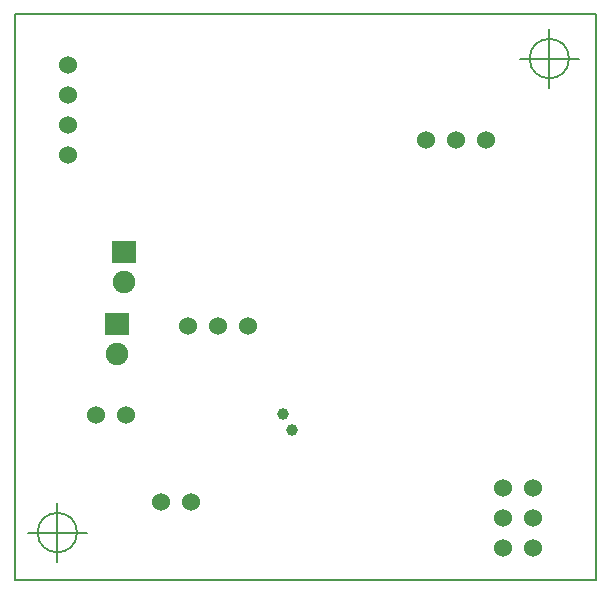
<source format=gbs>
G04 #@! TF.FileFunction,Soldermask,Bot*
%FSLAX46Y46*%
G04 Gerber Fmt 4.6, Leading zero omitted, Abs format (unit mm)*
G04 Created by KiCad (PCBNEW 4.0.2-4+6225~38~ubuntu14.04.1-stable) date Sun 15 May 2016 11:37:15 BST*
%MOMM*%
G01*
G04 APERTURE LIST*
%ADD10C,0.100000*%
%ADD11C,0.150000*%
%ADD12C,1.524000*%
%ADD13R,2.000000X1.900000*%
%ADD14C,1.900000*%
%ADD15C,1.000760*%
G04 APERTURE END LIST*
D10*
D11*
X75192000Y-113481000D02*
X75319000Y-113481000D01*
X75192000Y-65602000D02*
X75192000Y-113481000D01*
X124341000Y-65602000D02*
X75192000Y-65602000D01*
X124341000Y-113481000D02*
X124341000Y-65602000D01*
X75319000Y-113481000D02*
X124341000Y-113481000D01*
X80406666Y-109474000D02*
G75*
G03X80406666Y-109474000I-1666666J0D01*
G01*
X76240000Y-109474000D02*
X81240000Y-109474000D01*
X78740000Y-106974000D02*
X78740000Y-111974000D01*
X122062666Y-69342000D02*
G75*
G03X122062666Y-69342000I-1666666J0D01*
G01*
X117896000Y-69342000D02*
X122896000Y-69342000D01*
X120396000Y-66842000D02*
X120396000Y-71842000D01*
D12*
X119000000Y-108200000D03*
X119000000Y-110740000D03*
X119000000Y-105660000D03*
X116460000Y-105660000D03*
X116460000Y-108200000D03*
X116460000Y-110740000D03*
D13*
X83800000Y-91800000D03*
D14*
X83800000Y-94340000D03*
D13*
X84400000Y-85700000D03*
D14*
X84400000Y-88240000D03*
D12*
X79600000Y-69860000D03*
X79600000Y-72400000D03*
X79600000Y-74940000D03*
X79600000Y-77480000D03*
X94840000Y-92000000D03*
X92300000Y-92000000D03*
X89760000Y-92000000D03*
X109960000Y-76200000D03*
X112500000Y-76200000D03*
X115040000Y-76200000D03*
X87500000Y-106900000D03*
X90040000Y-106900000D03*
X82000000Y-99500000D03*
X84540000Y-99500000D03*
D15*
X98574650Y-100748913D03*
X97825350Y-99451087D03*
M02*

</source>
